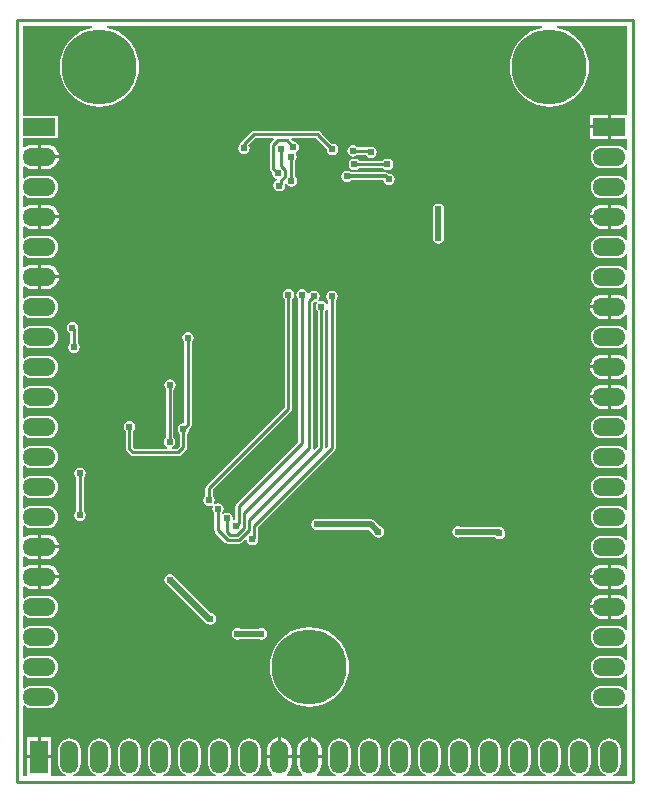
<source format=gbl>
G04*
G04 #@! TF.GenerationSoftware,Altium Limited,Altium Designer,18.1.9 (240)*
G04*
G04 Layer_Physical_Order=2*
G04 Layer_Color=16711680*
%FSLAX25Y25*%
%MOIN*%
G70*
G01*
G75*
%ADD12C,0.01200*%
%ADD15C,0.01000*%
%ADD37C,0.02000*%
%ADD38C,0.25000*%
%ADD39O,0.11000X0.06000*%
%ADD40R,0.11000X0.06000*%
%ADD41O,0.06000X0.11000*%
%ADD42R,0.06000X0.11000*%
%ADD43C,0.02400*%
G36*
X523461Y369000D02*
X518000D01*
Y365000D01*
Y361000D01*
X523461D01*
Y357389D01*
X522961Y357219D01*
X522639Y357639D01*
X521866Y358232D01*
X520966Y358605D01*
X520000Y358732D01*
X515000D01*
X514034Y358605D01*
X513134Y358232D01*
X512361Y357639D01*
X511768Y356866D01*
X511395Y355966D01*
X511268Y355000D01*
X511395Y354034D01*
X511768Y353134D01*
X512361Y352361D01*
X513134Y351768D01*
X514034Y351395D01*
X515000Y351268D01*
X520000D01*
X520966Y351395D01*
X521866Y351768D01*
X522639Y352361D01*
X522961Y352781D01*
X523461Y352611D01*
Y347389D01*
X522961Y347219D01*
X522639Y347639D01*
X521866Y348232D01*
X520966Y348605D01*
X520000Y348732D01*
X515000D01*
X514034Y348605D01*
X513134Y348232D01*
X512361Y347639D01*
X511768Y346866D01*
X511395Y345966D01*
X511268Y345000D01*
X511395Y344034D01*
X511768Y343134D01*
X512361Y342361D01*
X513134Y341768D01*
X514034Y341395D01*
X515000Y341268D01*
X520000D01*
X520966Y341395D01*
X521866Y341768D01*
X522639Y342361D01*
X522961Y342781D01*
X523461Y342611D01*
Y337838D01*
X522987Y337678D01*
X522853Y337853D01*
X522017Y338494D01*
X521044Y338897D01*
X520000Y339035D01*
X518000D01*
Y335000D01*
Y330965D01*
X520000D01*
X521044Y331103D01*
X522017Y331506D01*
X522853Y332147D01*
X522987Y332323D01*
X523461Y332162D01*
Y327389D01*
X522961Y327219D01*
X522639Y327639D01*
X521866Y328232D01*
X520966Y328605D01*
X520000Y328732D01*
X515000D01*
X514034Y328605D01*
X513134Y328232D01*
X512361Y327639D01*
X511768Y326866D01*
X511395Y325966D01*
X511268Y325000D01*
X511395Y324034D01*
X511768Y323134D01*
X512361Y322361D01*
X513134Y321768D01*
X514034Y321395D01*
X515000Y321268D01*
X520000D01*
X520966Y321395D01*
X521866Y321768D01*
X522639Y322361D01*
X522961Y322781D01*
X523461Y322611D01*
Y317389D01*
X522961Y317219D01*
X522639Y317639D01*
X521866Y318232D01*
X520966Y318605D01*
X520000Y318732D01*
X515000D01*
X514034Y318605D01*
X513134Y318232D01*
X512361Y317639D01*
X511768Y316866D01*
X511395Y315966D01*
X511268Y315000D01*
X511395Y314034D01*
X511768Y313134D01*
X512361Y312361D01*
X513134Y311768D01*
X514034Y311395D01*
X515000Y311268D01*
X520000D01*
X520966Y311395D01*
X521866Y311768D01*
X522639Y312361D01*
X522961Y312781D01*
X523461Y312611D01*
Y307838D01*
X522987Y307678D01*
X522853Y307853D01*
X522017Y308494D01*
X521044Y308897D01*
X520000Y309034D01*
X518000D01*
Y305000D01*
Y300965D01*
X520000D01*
X521044Y301103D01*
X522017Y301506D01*
X522853Y302147D01*
X522987Y302323D01*
X523461Y302162D01*
Y297389D01*
X522961Y297219D01*
X522639Y297639D01*
X521866Y298232D01*
X520966Y298605D01*
X520000Y298732D01*
X515000D01*
X514034Y298605D01*
X513134Y298232D01*
X512361Y297639D01*
X511768Y296866D01*
X511395Y295966D01*
X511268Y295000D01*
X511395Y294034D01*
X511768Y293134D01*
X512361Y292361D01*
X513134Y291768D01*
X514034Y291395D01*
X515000Y291268D01*
X520000D01*
X520966Y291395D01*
X521866Y291768D01*
X522639Y292361D01*
X522961Y292781D01*
X523461Y292611D01*
Y287838D01*
X522987Y287678D01*
X522853Y287853D01*
X522017Y288494D01*
X521044Y288897D01*
X520000Y289035D01*
X518000D01*
Y285000D01*
Y280965D01*
X520000D01*
X521044Y281103D01*
X522017Y281506D01*
X522853Y282147D01*
X522987Y282323D01*
X523461Y282162D01*
Y277838D01*
X522987Y277677D01*
X522853Y277853D01*
X522017Y278494D01*
X521044Y278897D01*
X520000Y279034D01*
X518000D01*
Y275000D01*
Y270966D01*
X520000D01*
X521044Y271103D01*
X522017Y271506D01*
X522853Y272147D01*
X522987Y272323D01*
X523461Y272162D01*
Y267389D01*
X522961Y267219D01*
X522639Y267639D01*
X521866Y268232D01*
X520966Y268605D01*
X520000Y268732D01*
X515000D01*
X514034Y268605D01*
X513134Y268232D01*
X512361Y267639D01*
X511768Y266866D01*
X511395Y265966D01*
X511268Y265000D01*
X511395Y264034D01*
X511768Y263134D01*
X512361Y262361D01*
X513134Y261768D01*
X514034Y261395D01*
X515000Y261268D01*
X520000D01*
X520966Y261395D01*
X521866Y261768D01*
X522639Y262361D01*
X522961Y262781D01*
X523461Y262611D01*
Y257389D01*
X522961Y257219D01*
X522639Y257639D01*
X521866Y258232D01*
X520966Y258605D01*
X520000Y258732D01*
X515000D01*
X514034Y258605D01*
X513134Y258232D01*
X512361Y257639D01*
X511768Y256866D01*
X511395Y255966D01*
X511268Y255000D01*
X511395Y254034D01*
X511768Y253134D01*
X512361Y252361D01*
X513134Y251768D01*
X514034Y251395D01*
X515000Y251268D01*
X520000D01*
X520966Y251395D01*
X521866Y251768D01*
X522639Y252361D01*
X522961Y252781D01*
X523461Y252611D01*
Y247389D01*
X522961Y247219D01*
X522639Y247639D01*
X521866Y248232D01*
X520966Y248605D01*
X520000Y248732D01*
X515000D01*
X514034Y248605D01*
X513134Y248232D01*
X512361Y247639D01*
X511768Y246866D01*
X511395Y245966D01*
X511268Y245000D01*
X511395Y244034D01*
X511768Y243134D01*
X512361Y242361D01*
X513134Y241768D01*
X514034Y241395D01*
X515000Y241268D01*
X520000D01*
X520966Y241395D01*
X521866Y241768D01*
X522639Y242361D01*
X522961Y242781D01*
X523461Y242611D01*
Y237389D01*
X522961Y237219D01*
X522639Y237639D01*
X521866Y238232D01*
X520966Y238605D01*
X520000Y238732D01*
X515000D01*
X514034Y238605D01*
X513134Y238232D01*
X512361Y237639D01*
X511768Y236866D01*
X511395Y235966D01*
X511268Y235000D01*
X511395Y234034D01*
X511768Y233134D01*
X512361Y232361D01*
X513134Y231768D01*
X514034Y231395D01*
X515000Y231268D01*
X520000D01*
X520966Y231395D01*
X521866Y231768D01*
X522639Y232361D01*
X522961Y232781D01*
X523461Y232611D01*
Y227389D01*
X522961Y227219D01*
X522639Y227639D01*
X521866Y228232D01*
X520966Y228605D01*
X520000Y228732D01*
X515000D01*
X514034Y228605D01*
X513134Y228232D01*
X512361Y227639D01*
X511768Y226866D01*
X511395Y225966D01*
X511268Y225000D01*
X511395Y224034D01*
X511768Y223134D01*
X512361Y222361D01*
X513134Y221768D01*
X514034Y221395D01*
X515000Y221268D01*
X520000D01*
X520966Y221395D01*
X521866Y221768D01*
X522639Y222361D01*
X522961Y222781D01*
X523461Y222611D01*
Y217838D01*
X522987Y217677D01*
X522853Y217853D01*
X522017Y218494D01*
X521044Y218897D01*
X520000Y219035D01*
X518000D01*
Y215000D01*
Y210965D01*
X520000D01*
X521044Y211103D01*
X522017Y211506D01*
X522853Y212147D01*
X522987Y212322D01*
X523461Y212162D01*
Y207838D01*
X522987Y207678D01*
X522853Y207853D01*
X522017Y208494D01*
X521044Y208897D01*
X520000Y209034D01*
X518000D01*
Y205000D01*
Y200965D01*
X520000D01*
X521044Y201103D01*
X522017Y201506D01*
X522853Y202147D01*
X522987Y202323D01*
X523461Y202162D01*
Y197389D01*
X522961Y197219D01*
X522639Y197639D01*
X521866Y198232D01*
X520966Y198605D01*
X520000Y198732D01*
X515000D01*
X514034Y198605D01*
X513134Y198232D01*
X512361Y197639D01*
X511768Y196866D01*
X511395Y195966D01*
X511268Y195000D01*
X511395Y194034D01*
X511768Y193134D01*
X512361Y192361D01*
X513134Y191768D01*
X514034Y191395D01*
X515000Y191268D01*
X520000D01*
X520966Y191395D01*
X521866Y191768D01*
X522639Y192361D01*
X522961Y192781D01*
X523461Y192611D01*
Y187389D01*
X522961Y187219D01*
X522639Y187639D01*
X521866Y188232D01*
X520966Y188605D01*
X520000Y188732D01*
X515000D01*
X514034Y188605D01*
X513134Y188232D01*
X512361Y187639D01*
X511768Y186866D01*
X511395Y185966D01*
X511268Y185000D01*
X511395Y184034D01*
X511768Y183134D01*
X512361Y182361D01*
X513134Y181768D01*
X514034Y181395D01*
X515000Y181268D01*
X520000D01*
X520966Y181395D01*
X521866Y181768D01*
X522639Y182361D01*
X522961Y182781D01*
X523461Y182611D01*
Y177389D01*
X522961Y177219D01*
X522639Y177639D01*
X521866Y178232D01*
X520966Y178605D01*
X520000Y178732D01*
X515000D01*
X514034Y178605D01*
X513134Y178232D01*
X512361Y177639D01*
X511768Y176866D01*
X511395Y175966D01*
X511268Y175000D01*
X511395Y174034D01*
X511768Y173134D01*
X512361Y172361D01*
X513134Y171768D01*
X514034Y171395D01*
X515000Y171268D01*
X520000D01*
X520966Y171395D01*
X521866Y171768D01*
X522639Y172361D01*
X522961Y172781D01*
X523461Y172611D01*
Y148539D01*
X518913D01*
X518813Y149039D01*
X519366Y149268D01*
X520139Y149861D01*
X520732Y150634D01*
X521105Y151534D01*
X521232Y152500D01*
Y157500D01*
X521105Y158466D01*
X520732Y159366D01*
X520139Y160139D01*
X519366Y160732D01*
X518466Y161105D01*
X517500Y161232D01*
X516534Y161105D01*
X515634Y160732D01*
X514861Y160139D01*
X514268Y159366D01*
X513895Y158466D01*
X513768Y157500D01*
Y152500D01*
X513895Y151534D01*
X514268Y150634D01*
X514861Y149861D01*
X515634Y149268D01*
X516187Y149039D01*
X516087Y148539D01*
X508913D01*
X508813Y149039D01*
X509366Y149268D01*
X510139Y149861D01*
X510732Y150634D01*
X511105Y151534D01*
X511232Y152500D01*
Y157500D01*
X511105Y158466D01*
X510732Y159366D01*
X510139Y160139D01*
X509366Y160732D01*
X508466Y161105D01*
X507500Y161232D01*
X506534Y161105D01*
X505634Y160732D01*
X504861Y160139D01*
X504268Y159366D01*
X503895Y158466D01*
X503768Y157500D01*
Y152500D01*
X503895Y151534D01*
X504268Y150634D01*
X504861Y149861D01*
X505634Y149268D01*
X506187Y149039D01*
X506087Y148539D01*
X498913D01*
X498813Y149039D01*
X499366Y149268D01*
X500139Y149861D01*
X500732Y150634D01*
X501105Y151534D01*
X501232Y152500D01*
Y157500D01*
X501105Y158466D01*
X500732Y159366D01*
X500139Y160139D01*
X499366Y160732D01*
X498466Y161105D01*
X497500Y161232D01*
X496534Y161105D01*
X495634Y160732D01*
X494861Y160139D01*
X494268Y159366D01*
X493895Y158466D01*
X493768Y157500D01*
Y152500D01*
X493895Y151534D01*
X494268Y150634D01*
X494861Y149861D01*
X495634Y149268D01*
X496187Y149039D01*
X496087Y148539D01*
X488913D01*
X488813Y149039D01*
X489366Y149268D01*
X490139Y149861D01*
X490732Y150634D01*
X491105Y151534D01*
X491232Y152500D01*
Y157500D01*
X491105Y158466D01*
X490732Y159366D01*
X490139Y160139D01*
X489366Y160732D01*
X488466Y161105D01*
X487500Y161232D01*
X486534Y161105D01*
X485634Y160732D01*
X484861Y160139D01*
X484268Y159366D01*
X483895Y158466D01*
X483768Y157500D01*
Y152500D01*
X483895Y151534D01*
X484268Y150634D01*
X484861Y149861D01*
X485634Y149268D01*
X486187Y149039D01*
X486087Y148539D01*
X478913D01*
X478813Y149039D01*
X479366Y149268D01*
X480139Y149861D01*
X480732Y150634D01*
X481105Y151534D01*
X481232Y152500D01*
Y157500D01*
X481105Y158466D01*
X480732Y159366D01*
X480139Y160139D01*
X479366Y160732D01*
X478466Y161105D01*
X477500Y161232D01*
X476534Y161105D01*
X475634Y160732D01*
X474861Y160139D01*
X474268Y159366D01*
X473895Y158466D01*
X473768Y157500D01*
Y152500D01*
X473895Y151534D01*
X474268Y150634D01*
X474861Y149861D01*
X475634Y149268D01*
X476187Y149039D01*
X476087Y148539D01*
X468913D01*
X468813Y149039D01*
X469366Y149268D01*
X470139Y149861D01*
X470732Y150634D01*
X471105Y151534D01*
X471232Y152500D01*
Y157500D01*
X471105Y158466D01*
X470732Y159366D01*
X470139Y160139D01*
X469366Y160732D01*
X468466Y161105D01*
X467500Y161232D01*
X466534Y161105D01*
X465634Y160732D01*
X464861Y160139D01*
X464268Y159366D01*
X463895Y158466D01*
X463768Y157500D01*
Y152500D01*
X463895Y151534D01*
X464268Y150634D01*
X464861Y149861D01*
X465634Y149268D01*
X466187Y149039D01*
X466087Y148539D01*
X458913D01*
X458813Y149039D01*
X459366Y149268D01*
X460139Y149861D01*
X460732Y150634D01*
X461105Y151534D01*
X461232Y152500D01*
Y157500D01*
X461105Y158466D01*
X460732Y159366D01*
X460139Y160139D01*
X459366Y160732D01*
X458466Y161105D01*
X457500Y161232D01*
X456534Y161105D01*
X455634Y160732D01*
X454861Y160139D01*
X454268Y159366D01*
X453895Y158466D01*
X453768Y157500D01*
Y152500D01*
X453895Y151534D01*
X454268Y150634D01*
X454861Y149861D01*
X455634Y149268D01*
X456187Y149039D01*
X456087Y148539D01*
X448913D01*
X448813Y149039D01*
X449366Y149268D01*
X450139Y149861D01*
X450732Y150634D01*
X451105Y151534D01*
X451232Y152500D01*
Y157500D01*
X451105Y158466D01*
X450732Y159366D01*
X450139Y160139D01*
X449366Y160732D01*
X448466Y161105D01*
X447500Y161232D01*
X446534Y161105D01*
X445634Y160732D01*
X444861Y160139D01*
X444268Y159366D01*
X443895Y158466D01*
X443768Y157500D01*
Y152500D01*
X443895Y151534D01*
X444268Y150634D01*
X444861Y149861D01*
X445634Y149268D01*
X446187Y149039D01*
X446087Y148539D01*
X438913D01*
X438813Y149039D01*
X439366Y149268D01*
X440139Y149861D01*
X440732Y150634D01*
X441105Y151534D01*
X441232Y152500D01*
Y157500D01*
X441105Y158466D01*
X440732Y159366D01*
X440139Y160139D01*
X439366Y160732D01*
X438466Y161105D01*
X437500Y161232D01*
X436534Y161105D01*
X435634Y160732D01*
X434861Y160139D01*
X434268Y159366D01*
X433895Y158466D01*
X433768Y157500D01*
Y152500D01*
X433895Y151534D01*
X434268Y150634D01*
X434861Y149861D01*
X435634Y149268D01*
X436187Y149039D01*
X436087Y148539D01*
X428913D01*
X428813Y149039D01*
X429366Y149268D01*
X430139Y149861D01*
X430732Y150634D01*
X431105Y151534D01*
X431232Y152500D01*
Y157500D01*
X431105Y158466D01*
X430732Y159366D01*
X430139Y160139D01*
X429366Y160732D01*
X428466Y161105D01*
X427500Y161232D01*
X426534Y161105D01*
X425634Y160732D01*
X424861Y160139D01*
X424268Y159366D01*
X423895Y158466D01*
X423768Y157500D01*
Y152500D01*
X423895Y151534D01*
X424268Y150634D01*
X424861Y149861D01*
X425634Y149268D01*
X426187Y149039D01*
X426087Y148539D01*
X419911D01*
X419835Y148635D01*
X419917Y149313D01*
X420353Y149647D01*
X420994Y150483D01*
X421397Y151456D01*
X421534Y152500D01*
Y154500D01*
X417500D01*
X413465D01*
Y152500D01*
X413603Y151456D01*
X414006Y150483D01*
X414647Y149647D01*
X415083Y149313D01*
X415165Y148635D01*
X415089Y148539D01*
X409911D01*
X409835Y148635D01*
X409917Y149313D01*
X410353Y149647D01*
X410994Y150483D01*
X411397Y151456D01*
X411535Y152500D01*
Y154500D01*
X407500D01*
X403466D01*
Y152500D01*
X403603Y151456D01*
X404006Y150483D01*
X404647Y149647D01*
X405083Y149313D01*
X405165Y148635D01*
X405089Y148539D01*
X398913D01*
X398813Y149039D01*
X399366Y149268D01*
X400139Y149861D01*
X400732Y150634D01*
X401105Y151534D01*
X401232Y152500D01*
Y157500D01*
X401105Y158466D01*
X400732Y159366D01*
X400139Y160139D01*
X399366Y160732D01*
X398466Y161105D01*
X397500Y161232D01*
X396534Y161105D01*
X395634Y160732D01*
X394861Y160139D01*
X394268Y159366D01*
X393895Y158466D01*
X393768Y157500D01*
Y152500D01*
X393895Y151534D01*
X394268Y150634D01*
X394861Y149861D01*
X395634Y149268D01*
X396187Y149039D01*
X396087Y148539D01*
X388913D01*
X388813Y149039D01*
X389366Y149268D01*
X390139Y149861D01*
X390732Y150634D01*
X391105Y151534D01*
X391232Y152500D01*
Y157500D01*
X391105Y158466D01*
X390732Y159366D01*
X390139Y160139D01*
X389366Y160732D01*
X388466Y161105D01*
X387500Y161232D01*
X386534Y161105D01*
X385634Y160732D01*
X384861Y160139D01*
X384268Y159366D01*
X383895Y158466D01*
X383768Y157500D01*
Y152500D01*
X383895Y151534D01*
X384268Y150634D01*
X384861Y149861D01*
X385634Y149268D01*
X386187Y149039D01*
X386087Y148539D01*
X378913D01*
X378813Y149039D01*
X379366Y149268D01*
X380139Y149861D01*
X380732Y150634D01*
X381105Y151534D01*
X381232Y152500D01*
Y157500D01*
X381105Y158466D01*
X380732Y159366D01*
X380139Y160139D01*
X379366Y160732D01*
X378466Y161105D01*
X377500Y161232D01*
X376534Y161105D01*
X375634Y160732D01*
X374861Y160139D01*
X374268Y159366D01*
X373895Y158466D01*
X373768Y157500D01*
Y152500D01*
X373895Y151534D01*
X374268Y150634D01*
X374861Y149861D01*
X375634Y149268D01*
X376187Y149039D01*
X376087Y148539D01*
X368913D01*
X368813Y149039D01*
X369366Y149268D01*
X370139Y149861D01*
X370732Y150634D01*
X371105Y151534D01*
X371232Y152500D01*
Y157500D01*
X371105Y158466D01*
X370732Y159366D01*
X370139Y160139D01*
X369366Y160732D01*
X368466Y161105D01*
X367500Y161232D01*
X366534Y161105D01*
X365634Y160732D01*
X364861Y160139D01*
X364268Y159366D01*
X363895Y158466D01*
X363768Y157500D01*
Y152500D01*
X363895Y151534D01*
X364268Y150634D01*
X364861Y149861D01*
X365634Y149268D01*
X366187Y149039D01*
X366087Y148539D01*
X358913D01*
X358813Y149039D01*
X359366Y149268D01*
X360139Y149861D01*
X360732Y150634D01*
X361105Y151534D01*
X361232Y152500D01*
Y157500D01*
X361105Y158466D01*
X360732Y159366D01*
X360139Y160139D01*
X359366Y160732D01*
X358466Y161105D01*
X357500Y161232D01*
X356534Y161105D01*
X355634Y160732D01*
X354861Y160139D01*
X354268Y159366D01*
X353895Y158466D01*
X353768Y157500D01*
Y152500D01*
X353895Y151534D01*
X354268Y150634D01*
X354861Y149861D01*
X355634Y149268D01*
X356187Y149039D01*
X356087Y148539D01*
X348913D01*
X348813Y149039D01*
X349366Y149268D01*
X350139Y149861D01*
X350732Y150634D01*
X351105Y151534D01*
X351232Y152500D01*
Y157500D01*
X351105Y158466D01*
X350732Y159366D01*
X350139Y160139D01*
X349366Y160732D01*
X348466Y161105D01*
X347500Y161232D01*
X346534Y161105D01*
X345634Y160732D01*
X344861Y160139D01*
X344268Y159366D01*
X343895Y158466D01*
X343768Y157500D01*
Y152500D01*
X343895Y151534D01*
X344268Y150634D01*
X344861Y149861D01*
X345634Y149268D01*
X346187Y149039D01*
X346087Y148539D01*
X338913D01*
X338813Y149039D01*
X339366Y149268D01*
X340139Y149861D01*
X340732Y150634D01*
X341105Y151534D01*
X341232Y152500D01*
Y157500D01*
X341105Y158466D01*
X340732Y159366D01*
X340139Y160139D01*
X339366Y160732D01*
X338466Y161105D01*
X337500Y161232D01*
X336534Y161105D01*
X335634Y160732D01*
X334861Y160139D01*
X334268Y159366D01*
X333895Y158466D01*
X333768Y157500D01*
Y152500D01*
X333895Y151534D01*
X334268Y150634D01*
X334861Y149861D01*
X335634Y149268D01*
X336187Y149039D01*
X336087Y148539D01*
X331500D01*
Y154500D01*
X327500D01*
X323500D01*
Y148539D01*
X322039D01*
Y171995D01*
X322539Y172224D01*
X323134Y171768D01*
X324034Y171395D01*
X325000Y171268D01*
X330000D01*
X330966Y171395D01*
X331866Y171768D01*
X332639Y172361D01*
X333232Y173134D01*
X333605Y174034D01*
X333732Y175000D01*
X333605Y175966D01*
X333232Y176866D01*
X332639Y177639D01*
X331866Y178232D01*
X330966Y178605D01*
X330000Y178732D01*
X325000D01*
X324034Y178605D01*
X323134Y178232D01*
X322539Y177776D01*
X322039Y178005D01*
Y181995D01*
X322539Y182225D01*
X323134Y181768D01*
X324034Y181395D01*
X325000Y181268D01*
X330000D01*
X330966Y181395D01*
X331866Y181768D01*
X332639Y182361D01*
X333232Y183134D01*
X333605Y184034D01*
X333732Y185000D01*
X333605Y185966D01*
X333232Y186866D01*
X332639Y187639D01*
X331866Y188232D01*
X330966Y188605D01*
X330000Y188732D01*
X325000D01*
X324034Y188605D01*
X323134Y188232D01*
X322539Y187776D01*
X322039Y188005D01*
Y191995D01*
X322539Y192225D01*
X323134Y191768D01*
X324034Y191395D01*
X325000Y191268D01*
X330000D01*
X330966Y191395D01*
X331866Y191768D01*
X332639Y192361D01*
X333232Y193134D01*
X333605Y194034D01*
X333732Y195000D01*
X333605Y195966D01*
X333232Y196866D01*
X332639Y197639D01*
X331866Y198232D01*
X330966Y198605D01*
X330000Y198732D01*
X325000D01*
X324034Y198605D01*
X323134Y198232D01*
X322539Y197775D01*
X322039Y198005D01*
Y201995D01*
X322539Y202224D01*
X323134Y201768D01*
X324034Y201395D01*
X325000Y201268D01*
X330000D01*
X330966Y201395D01*
X331866Y201768D01*
X332639Y202361D01*
X333232Y203134D01*
X333605Y204034D01*
X333732Y205000D01*
X333605Y205966D01*
X333232Y206866D01*
X332639Y207639D01*
X331866Y208232D01*
X330966Y208605D01*
X330000Y208732D01*
X325000D01*
X324034Y208605D01*
X323134Y208232D01*
X322539Y207775D01*
X322039Y208005D01*
Y211600D01*
X322539Y211846D01*
X322983Y211506D01*
X323956Y211103D01*
X325000Y210965D01*
X327000D01*
Y215000D01*
Y219035D01*
X325000D01*
X323956Y218897D01*
X322983Y218494D01*
X322539Y218154D01*
X322039Y218400D01*
Y221600D01*
X322539Y221846D01*
X322983Y221506D01*
X323956Y221103D01*
X325000Y220966D01*
X327000D01*
Y225000D01*
Y229034D01*
X325000D01*
X323956Y228897D01*
X322983Y228494D01*
X322539Y228154D01*
X322039Y228400D01*
Y231995D01*
X322539Y232224D01*
X323134Y231768D01*
X324034Y231395D01*
X325000Y231268D01*
X330000D01*
X330966Y231395D01*
X331866Y231768D01*
X332639Y232361D01*
X333232Y233134D01*
X333605Y234034D01*
X333732Y235000D01*
X333605Y235966D01*
X333232Y236866D01*
X332639Y237639D01*
X331866Y238232D01*
X330966Y238605D01*
X330000Y238732D01*
X325000D01*
X324034Y238605D01*
X323134Y238232D01*
X322539Y237775D01*
X322039Y238005D01*
Y241995D01*
X322539Y242225D01*
X323134Y241768D01*
X324034Y241395D01*
X325000Y241268D01*
X330000D01*
X330966Y241395D01*
X331866Y241768D01*
X332639Y242361D01*
X333232Y243134D01*
X333605Y244034D01*
X333732Y245000D01*
X333605Y245966D01*
X333232Y246866D01*
X332639Y247639D01*
X331866Y248232D01*
X330966Y248605D01*
X330000Y248732D01*
X325000D01*
X324034Y248605D01*
X323134Y248232D01*
X322539Y247776D01*
X322039Y248005D01*
Y251995D01*
X322539Y252224D01*
X323134Y251768D01*
X324034Y251395D01*
X325000Y251268D01*
X330000D01*
X330966Y251395D01*
X331866Y251768D01*
X332639Y252361D01*
X333232Y253134D01*
X333605Y254034D01*
X333732Y255000D01*
X333605Y255966D01*
X333232Y256866D01*
X332639Y257639D01*
X331866Y258232D01*
X330966Y258605D01*
X330000Y258732D01*
X325000D01*
X324034Y258605D01*
X323134Y258232D01*
X322539Y257775D01*
X322039Y258005D01*
Y261995D01*
X322539Y262225D01*
X323134Y261768D01*
X324034Y261395D01*
X325000Y261268D01*
X330000D01*
X330966Y261395D01*
X331866Y261768D01*
X332639Y262361D01*
X333232Y263134D01*
X333605Y264034D01*
X333732Y265000D01*
X333605Y265966D01*
X333232Y266866D01*
X332639Y267639D01*
X331866Y268232D01*
X330966Y268605D01*
X330000Y268732D01*
X325000D01*
X324034Y268605D01*
X323134Y268232D01*
X322539Y267776D01*
X322039Y268005D01*
Y271995D01*
X322539Y272224D01*
X323134Y271768D01*
X324034Y271395D01*
X325000Y271268D01*
X330000D01*
X330966Y271395D01*
X331866Y271768D01*
X332639Y272361D01*
X333232Y273134D01*
X333605Y274034D01*
X333732Y275000D01*
X333605Y275966D01*
X333232Y276866D01*
X332639Y277639D01*
X331866Y278232D01*
X330966Y278605D01*
X330000Y278732D01*
X325000D01*
X324034Y278605D01*
X323134Y278232D01*
X322539Y277776D01*
X322039Y278005D01*
Y281995D01*
X322539Y282224D01*
X323134Y281768D01*
X324034Y281395D01*
X325000Y281268D01*
X330000D01*
X330966Y281395D01*
X331866Y281768D01*
X332639Y282361D01*
X333232Y283134D01*
X333605Y284034D01*
X333732Y285000D01*
X333605Y285966D01*
X333232Y286866D01*
X332639Y287639D01*
X331866Y288232D01*
X330966Y288605D01*
X330000Y288732D01*
X325000D01*
X324034Y288605D01*
X323134Y288232D01*
X322539Y287775D01*
X322039Y288005D01*
Y291995D01*
X322539Y292225D01*
X323134Y291768D01*
X324034Y291395D01*
X325000Y291268D01*
X330000D01*
X330966Y291395D01*
X331866Y291768D01*
X332639Y292361D01*
X333232Y293134D01*
X333605Y294034D01*
X333732Y295000D01*
X333605Y295966D01*
X333232Y296866D01*
X332639Y297639D01*
X331866Y298232D01*
X330966Y298605D01*
X330000Y298732D01*
X325000D01*
X324034Y298605D01*
X323134Y298232D01*
X322539Y297776D01*
X322039Y298005D01*
Y301995D01*
X322539Y302224D01*
X323134Y301768D01*
X324034Y301395D01*
X325000Y301268D01*
X330000D01*
X330966Y301395D01*
X331866Y301768D01*
X332639Y302361D01*
X333232Y303134D01*
X333605Y304034D01*
X333732Y305000D01*
X333605Y305966D01*
X333232Y306866D01*
X332639Y307639D01*
X331866Y308232D01*
X330966Y308605D01*
X330000Y308732D01*
X325000D01*
X324034Y308605D01*
X323134Y308232D01*
X322539Y307775D01*
X322039Y308005D01*
Y311600D01*
X322539Y311846D01*
X322983Y311506D01*
X323956Y311103D01*
X325000Y310965D01*
X327000D01*
Y315000D01*
Y319035D01*
X325000D01*
X323956Y318897D01*
X322983Y318494D01*
X322539Y318154D01*
X322039Y318400D01*
Y321995D01*
X322539Y322224D01*
X323134Y321768D01*
X324034Y321395D01*
X325000Y321268D01*
X330000D01*
X330966Y321395D01*
X331866Y321768D01*
X332639Y322361D01*
X333232Y323134D01*
X333605Y324034D01*
X333732Y325000D01*
X333605Y325966D01*
X333232Y326866D01*
X332639Y327639D01*
X331866Y328232D01*
X330966Y328605D01*
X330000Y328732D01*
X325000D01*
X324034Y328605D01*
X323134Y328232D01*
X322539Y327776D01*
X322039Y328005D01*
Y331600D01*
X322539Y331846D01*
X322983Y331506D01*
X323956Y331103D01*
X325000Y330965D01*
X327000D01*
Y335000D01*
Y339035D01*
X325000D01*
X323956Y338897D01*
X322983Y338494D01*
X322539Y338154D01*
X322039Y338400D01*
Y341995D01*
X322539Y342225D01*
X323134Y341768D01*
X324034Y341395D01*
X325000Y341268D01*
X330000D01*
X330966Y341395D01*
X331866Y341768D01*
X332639Y342361D01*
X333232Y343134D01*
X333605Y344034D01*
X333732Y345000D01*
X333605Y345966D01*
X333232Y346866D01*
X332639Y347639D01*
X331866Y348232D01*
X330966Y348605D01*
X330000Y348732D01*
X325000D01*
X324034Y348605D01*
X323134Y348232D01*
X322539Y347776D01*
X322039Y348005D01*
Y351600D01*
X322539Y351846D01*
X322983Y351506D01*
X323956Y351103D01*
X325000Y350965D01*
X327000D01*
Y355000D01*
Y359034D01*
X325000D01*
X323956Y358897D01*
X322983Y358494D01*
X322539Y358154D01*
X322039Y358400D01*
Y361300D01*
X333700D01*
Y368700D01*
X322039D01*
Y398461D01*
X344882D01*
X344942Y397961D01*
X343408Y397593D01*
X341489Y396798D01*
X339717Y395712D01*
X338137Y394363D01*
X336788Y392783D01*
X335702Y391011D01*
X334907Y389092D01*
X334422Y387071D01*
X334259Y385000D01*
X334422Y382929D01*
X334907Y380908D01*
X335702Y378989D01*
X336788Y377217D01*
X338137Y375637D01*
X339717Y374288D01*
X341489Y373202D01*
X343408Y372407D01*
X345429Y371922D01*
X347500Y371759D01*
X349571Y371922D01*
X351592Y372407D01*
X353511Y373202D01*
X355283Y374288D01*
X356863Y375637D01*
X358212Y377217D01*
X359298Y378989D01*
X360093Y380908D01*
X360578Y382929D01*
X360741Y385000D01*
X360578Y387071D01*
X360093Y389092D01*
X359298Y391011D01*
X358212Y392783D01*
X356863Y394363D01*
X355283Y395712D01*
X353511Y396798D01*
X351592Y397593D01*
X350058Y397961D01*
X350118Y398461D01*
X494882D01*
X494942Y397961D01*
X493408Y397593D01*
X491489Y396798D01*
X489717Y395712D01*
X488137Y394363D01*
X486788Y392783D01*
X485702Y391011D01*
X484907Y389092D01*
X484422Y387071D01*
X484259Y385000D01*
X484422Y382929D01*
X484907Y380908D01*
X485702Y378989D01*
X486788Y377217D01*
X488137Y375637D01*
X489717Y374288D01*
X491489Y373202D01*
X493408Y372407D01*
X495429Y371922D01*
X497500Y371759D01*
X499571Y371922D01*
X501592Y372407D01*
X503511Y373202D01*
X505283Y374288D01*
X506863Y375637D01*
X508212Y377217D01*
X509298Y378989D01*
X510093Y380908D01*
X510578Y382929D01*
X510741Y385000D01*
X510578Y387071D01*
X510093Y389092D01*
X509298Y391011D01*
X508212Y392783D01*
X506863Y394363D01*
X505283Y395712D01*
X503511Y396798D01*
X501592Y397593D01*
X500058Y397961D01*
X500118Y398461D01*
X523461D01*
Y369000D01*
D02*
G37*
%LPC*%
G36*
X517000D02*
X511000D01*
Y365500D01*
X517000D01*
Y369000D01*
D02*
G37*
G36*
Y364500D02*
X511000D01*
Y361000D01*
X517000D01*
Y364500D01*
D02*
G37*
G36*
X420500Y363723D02*
X399000D01*
X398532Y363630D01*
X398135Y363365D01*
X394761Y359991D01*
X394496Y359594D01*
X394438Y359302D01*
X394256Y359181D01*
X393836Y358552D01*
X393689Y357811D01*
X393836Y357070D01*
X394256Y356441D01*
X394885Y356021D01*
X395626Y355874D01*
X396367Y356021D01*
X396996Y356441D01*
X397416Y357070D01*
X397563Y357811D01*
X397416Y358552D01*
X397162Y358932D01*
X399507Y361277D01*
X405393D01*
X405584Y360815D01*
X404635Y359865D01*
X404370Y359468D01*
X404277Y359000D01*
Y351000D01*
X404370Y350532D01*
X404635Y350135D01*
X405097Y349673D01*
X405063Y349500D01*
X405210Y348759D01*
X405630Y348130D01*
X406259Y347710D01*
X406508Y347660D01*
X406565Y347140D01*
X406067Y346807D01*
X405647Y346178D01*
X405500Y345437D01*
X405647Y344696D01*
X406067Y344067D01*
X406696Y343647D01*
X407437Y343500D01*
X408178Y343647D01*
X408807Y344067D01*
X409227Y344696D01*
X409374Y345437D01*
X409270Y345962D01*
X409724Y346239D01*
X410130Y345630D01*
X410759Y345210D01*
X411500Y345063D01*
X412241Y345210D01*
X412870Y345630D01*
X413290Y346259D01*
X413437Y347000D01*
X413290Y347741D01*
X412870Y348370D01*
X412723Y348468D01*
Y353617D01*
X412744Y353630D01*
X413164Y354259D01*
X413311Y355000D01*
X413164Y355741D01*
X413025Y355949D01*
X412868Y356399D01*
X413153Y356589D01*
X413496Y356819D01*
X413916Y357448D01*
X414064Y358189D01*
X413916Y358930D01*
X413496Y359559D01*
X412868Y359979D01*
X412127Y360126D01*
X412108Y360122D01*
X411416Y360815D01*
X411607Y361277D01*
X419647D01*
X423251Y357673D01*
X423216Y357500D01*
X423364Y356759D01*
X423784Y356130D01*
X424412Y355710D01*
X425153Y355563D01*
X425895Y355710D01*
X426523Y356130D01*
X426943Y356759D01*
X427091Y357500D01*
X426943Y358241D01*
X426523Y358870D01*
X425895Y359290D01*
X425153Y359437D01*
X424981Y359403D01*
X421684Y362700D01*
X421630Y362968D01*
X421365Y363365D01*
X420968Y363630D01*
X420500Y363723D01*
D02*
G37*
G36*
X330000Y359034D02*
X328000D01*
Y355500D01*
X333969D01*
X333897Y356044D01*
X333494Y357017D01*
X332853Y357853D01*
X332017Y358494D01*
X331044Y358897D01*
X330000Y359034D01*
D02*
G37*
G36*
X432000Y358937D02*
X431259Y358790D01*
X430630Y358370D01*
X430210Y357741D01*
X430063Y357000D01*
X430210Y356259D01*
X430630Y355630D01*
X431259Y355210D01*
X432000Y355063D01*
X432741Y355210D01*
X433370Y355630D01*
X433468Y355777D01*
X436207D01*
X436210Y355759D01*
X436630Y355130D01*
X437259Y354710D01*
X438000Y354563D01*
X438741Y354710D01*
X439370Y355130D01*
X439790Y355759D01*
X439937Y356500D01*
X439790Y357241D01*
X439370Y357870D01*
X438741Y358290D01*
X438000Y358437D01*
X437259Y358290D01*
X437159Y358224D01*
X433468D01*
X433370Y358370D01*
X432741Y358790D01*
X432000Y358937D01*
D02*
G37*
G36*
X443500Y354437D02*
X442759Y354290D01*
X442130Y353870D01*
X442032Y353724D01*
X433968D01*
X433870Y353870D01*
X433241Y354290D01*
X432500Y354437D01*
X431759Y354290D01*
X431130Y353870D01*
X430710Y353241D01*
X430563Y352500D01*
X430710Y351759D01*
X431130Y351130D01*
X431759Y350710D01*
X432500Y350563D01*
X433241Y350710D01*
X433870Y351130D01*
X433968Y351276D01*
X442032D01*
X442130Y351130D01*
X442759Y350710D01*
X443500Y350563D01*
X444241Y350710D01*
X444870Y351130D01*
X445290Y351759D01*
X445437Y352500D01*
X445290Y353241D01*
X444870Y353870D01*
X444241Y354290D01*
X443500Y354437D01*
D02*
G37*
G36*
X333969Y354500D02*
X328000D01*
Y350965D01*
X330000D01*
X331044Y351103D01*
X332017Y351506D01*
X332853Y352147D01*
X333494Y352983D01*
X333897Y353956D01*
X333969Y354500D01*
D02*
G37*
G36*
X430000Y350443D02*
X429259Y350296D01*
X428630Y349876D01*
X428210Y349247D01*
X428063Y348506D01*
X428210Y347765D01*
X428630Y347136D01*
X429259Y346716D01*
X430000Y346569D01*
X430741Y346716D01*
X431370Y347136D01*
X431399Y347180D01*
X442126D01*
X442210Y346759D01*
X442630Y346130D01*
X443259Y345710D01*
X444000Y345563D01*
X444741Y345710D01*
X445370Y346130D01*
X445790Y346759D01*
X445937Y347500D01*
X445790Y348241D01*
X445370Y348870D01*
X444741Y349290D01*
X444000Y349437D01*
X443948Y349427D01*
X443931Y349443D01*
X443501Y349730D01*
X442994Y349831D01*
X431399D01*
X431370Y349876D01*
X430741Y350296D01*
X430000Y350443D01*
D02*
G37*
G36*
X517000Y339035D02*
X515000D01*
X513956Y338897D01*
X512983Y338494D01*
X512147Y337853D01*
X511506Y337017D01*
X511103Y336044D01*
X511031Y335500D01*
X517000D01*
Y339035D01*
D02*
G37*
G36*
X330000D02*
X328000D01*
Y335500D01*
X333969D01*
X333897Y336044D01*
X333494Y337017D01*
X332853Y337853D01*
X332017Y338494D01*
X331044Y338897D01*
X330000Y339035D01*
D02*
G37*
G36*
X517000Y334500D02*
X511031D01*
X511103Y333956D01*
X511506Y332983D01*
X512147Y332147D01*
X512983Y331506D01*
X513956Y331103D01*
X515000Y330965D01*
X517000D01*
Y334500D01*
D02*
G37*
G36*
X333969D02*
X328000D01*
Y330965D01*
X330000D01*
X331044Y331103D01*
X332017Y331506D01*
X332853Y332147D01*
X333494Y332983D01*
X333897Y333956D01*
X333969Y334500D01*
D02*
G37*
G36*
X460500Y339437D02*
X459759Y339290D01*
X459130Y338870D01*
X458710Y338241D01*
X458563Y337500D01*
X458710Y336759D01*
X458767Y336674D01*
Y328826D01*
X458710Y328741D01*
X458563Y328000D01*
X458710Y327259D01*
X459130Y326630D01*
X459759Y326210D01*
X460500Y326063D01*
X461241Y326210D01*
X461870Y326630D01*
X462290Y327259D01*
X462437Y328000D01*
X462290Y328741D01*
X462233Y328826D01*
Y336674D01*
X462290Y336759D01*
X462437Y337500D01*
X462290Y338241D01*
X461870Y338870D01*
X461241Y339290D01*
X460500Y339437D01*
D02*
G37*
G36*
X330000Y319035D02*
X328000D01*
Y315500D01*
X333969D01*
X333897Y316044D01*
X333494Y317017D01*
X332853Y317853D01*
X332017Y318494D01*
X331044Y318897D01*
X330000Y319035D01*
D02*
G37*
G36*
X333969Y314500D02*
X328000D01*
Y310965D01*
X330000D01*
X331044Y311103D01*
X332017Y311506D01*
X332853Y312147D01*
X333494Y312983D01*
X333897Y313956D01*
X333969Y314500D01*
D02*
G37*
G36*
X517000Y309034D02*
X515000D01*
X513956Y308897D01*
X512983Y308494D01*
X512147Y307853D01*
X511506Y307017D01*
X511103Y306044D01*
X511031Y305500D01*
X517000D01*
Y309034D01*
D02*
G37*
G36*
Y304500D02*
X511031D01*
X511103Y303956D01*
X511506Y302983D01*
X512147Y302147D01*
X512983Y301506D01*
X513956Y301103D01*
X515000Y300965D01*
X517000D01*
Y304500D01*
D02*
G37*
G36*
X338500Y299937D02*
X337759Y299790D01*
X337130Y299370D01*
X336710Y298741D01*
X336563Y298000D01*
X336710Y297259D01*
X337130Y296630D01*
X337759Y296210D01*
X337776Y296207D01*
Y292968D01*
X337630Y292870D01*
X337210Y292241D01*
X337063Y291500D01*
X337210Y290759D01*
X337630Y290130D01*
X338259Y289710D01*
X339000Y289563D01*
X339741Y289710D01*
X340370Y290130D01*
X340790Y290759D01*
X340937Y291500D01*
X340790Y292241D01*
X340370Y292870D01*
X340224Y292968D01*
Y297160D01*
X340290Y297259D01*
X340437Y298000D01*
X340290Y298741D01*
X339870Y299370D01*
X339241Y299790D01*
X338500Y299937D01*
D02*
G37*
G36*
X517000Y289035D02*
X515000D01*
X513956Y288897D01*
X512983Y288494D01*
X512147Y287853D01*
X511506Y287017D01*
X511103Y286044D01*
X511031Y285500D01*
X517000D01*
Y289035D01*
D02*
G37*
G36*
Y284500D02*
X511031D01*
X511103Y283956D01*
X511506Y282983D01*
X512147Y282147D01*
X512983Y281506D01*
X513956Y281103D01*
X515000Y280965D01*
X517000D01*
Y284500D01*
D02*
G37*
G36*
Y279034D02*
X515000D01*
X513956Y278897D01*
X512983Y278494D01*
X512147Y277853D01*
X511506Y277017D01*
X511103Y276044D01*
X511031Y275500D01*
X517000D01*
Y279034D01*
D02*
G37*
G36*
Y274500D02*
X511031D01*
X511103Y273956D01*
X511506Y272983D01*
X512147Y272147D01*
X512983Y271506D01*
X513956Y271103D01*
X515000Y270966D01*
X517000D01*
Y274500D01*
D02*
G37*
G36*
X377000Y296658D02*
X376259Y296510D01*
X375630Y296090D01*
X375210Y295462D01*
X375063Y294721D01*
X375210Y293979D01*
X375630Y293351D01*
X375777Y293253D01*
Y266641D01*
X375500Y266189D01*
X374759Y266042D01*
X374130Y265622D01*
X373710Y264993D01*
X373563Y264252D01*
X373710Y263511D01*
X374130Y262882D01*
X374276Y262784D01*
Y258739D01*
X373261Y257723D01*
X371729D01*
X371600Y258186D01*
X371608Y258224D01*
X372216Y258630D01*
X372636Y259259D01*
X372784Y260000D01*
X372636Y260741D01*
X372216Y261370D01*
X372070Y261468D01*
Y277402D01*
X372370Y277603D01*
X372790Y278231D01*
X372937Y278972D01*
X372790Y279714D01*
X372370Y280342D01*
X371741Y280762D01*
X371000Y280910D01*
X370259Y280762D01*
X369630Y280342D01*
X369210Y279714D01*
X369063Y278972D01*
X369210Y278231D01*
X369623Y277613D01*
Y261468D01*
X369477Y261370D01*
X369057Y260741D01*
X368909Y260000D01*
X369057Y259259D01*
X369477Y258630D01*
X370085Y258224D01*
X370093Y258186D01*
X369964Y257723D01*
X359282D01*
X358723Y258282D01*
Y263532D01*
X358870Y263630D01*
X359290Y264259D01*
X359437Y265000D01*
X359290Y265741D01*
X358870Y266370D01*
X358241Y266790D01*
X357500Y266937D01*
X356759Y266790D01*
X356130Y266370D01*
X355710Y265741D01*
X355563Y265000D01*
X355710Y264259D01*
X356130Y263630D01*
X356276Y263532D01*
Y257775D01*
X356370Y257307D01*
X356635Y256910D01*
X357910Y255635D01*
X358307Y255370D01*
X358775Y255276D01*
X373768D01*
X374236Y255370D01*
X374633Y255635D01*
X376365Y257367D01*
X376630Y257764D01*
X376724Y258232D01*
Y262784D01*
X376870Y262882D01*
X377290Y263511D01*
X377437Y264252D01*
X377403Y264425D01*
X377865Y264887D01*
X378130Y265284D01*
X378223Y265752D01*
Y293253D01*
X378370Y293351D01*
X378790Y293979D01*
X378937Y294721D01*
X378790Y295462D01*
X378370Y296090D01*
X377741Y296510D01*
X377000Y296658D01*
D02*
G37*
G36*
X415000Y310937D02*
X414259Y310790D01*
X413630Y310370D01*
X413210Y309741D01*
X413063Y309000D01*
X413210Y308259D01*
X413630Y307630D01*
X413776Y307532D01*
Y260007D01*
X393135Y239365D01*
X392870Y238968D01*
X392776Y238500D01*
Y233893D01*
X392308Y233800D01*
X392101Y233924D01*
X391863Y234127D01*
X391937Y234500D01*
X391790Y235241D01*
X391370Y235870D01*
X390741Y236290D01*
X390000Y236437D01*
X389259Y236290D01*
X388813Y235992D01*
X388453Y236352D01*
X388790Y236857D01*
X388937Y237598D01*
X388790Y238340D01*
X388370Y238968D01*
X387741Y239388D01*
X387000Y239536D01*
X386259Y239388D01*
X386051Y239249D01*
X385690Y239610D01*
X385790Y239759D01*
X385937Y240500D01*
X385790Y241241D01*
X385370Y241870D01*
X385224Y241968D01*
Y243993D01*
X411365Y270135D01*
X411630Y270532D01*
X411724Y271000D01*
Y307532D01*
X411870Y307630D01*
X412290Y308259D01*
X412437Y309000D01*
X412290Y309741D01*
X411870Y310370D01*
X411241Y310790D01*
X410500Y310937D01*
X409759Y310790D01*
X409130Y310370D01*
X408710Y309741D01*
X408563Y309000D01*
X408710Y308259D01*
X409130Y307630D01*
X409276Y307532D01*
Y271507D01*
X383135Y245365D01*
X382870Y244968D01*
X382776Y244500D01*
Y241968D01*
X382630Y241870D01*
X382210Y241241D01*
X382063Y240500D01*
X382210Y239759D01*
X382630Y239130D01*
X383259Y238710D01*
X384000Y238563D01*
X384741Y238710D01*
X384949Y238849D01*
X385310Y238489D01*
X385210Y238340D01*
X385063Y237598D01*
X385210Y236857D01*
X385630Y236229D01*
X385776Y236131D01*
Y230596D01*
X385870Y230128D01*
X386135Y229731D01*
X389447Y226419D01*
X389844Y226154D01*
X390312Y226061D01*
X394082D01*
X394550Y226154D01*
X394948Y226419D01*
X396108Y227579D01*
X396591Y227356D01*
X396710Y226759D01*
X397130Y226130D01*
X397759Y225710D01*
X398500Y225563D01*
X399241Y225710D01*
X399870Y226130D01*
X400290Y226759D01*
X400437Y227500D01*
X400321Y228086D01*
X400323Y228100D01*
Y231593D01*
X425865Y257135D01*
X426130Y257532D01*
X426224Y258000D01*
Y307032D01*
X426370Y307130D01*
X426790Y307759D01*
X426937Y308500D01*
X426790Y309241D01*
X426370Y309870D01*
X425741Y310290D01*
X425000Y310437D01*
X424259Y310290D01*
X423630Y309870D01*
X423210Y309241D01*
X423063Y308500D01*
X423210Y307759D01*
X423630Y307130D01*
X423776Y307032D01*
Y305882D01*
X423314Y305754D01*
X423277Y305761D01*
X422870Y306370D01*
X422241Y306790D01*
X421500Y306937D01*
X420759Y306790D01*
X420649Y306716D01*
X420370Y307130D01*
X420790Y307759D01*
X420937Y308500D01*
X420790Y309241D01*
X420370Y309870D01*
X419741Y310290D01*
X419000Y310437D01*
X418259Y310290D01*
X417630Y309870D01*
X417356Y309459D01*
X416825Y309565D01*
X416790Y309741D01*
X416370Y310370D01*
X415741Y310790D01*
X415000Y310937D01*
D02*
G37*
G36*
X341000Y251437D02*
X340259Y251290D01*
X339630Y250870D01*
X339210Y250241D01*
X339063Y249500D01*
X339210Y248759D01*
X339630Y248130D01*
X339776Y248032D01*
Y236968D01*
X339630Y236870D01*
X339210Y236241D01*
X339063Y235500D01*
X339210Y234759D01*
X339630Y234130D01*
X340259Y233710D01*
X341000Y233563D01*
X341741Y233710D01*
X342370Y234130D01*
X342790Y234759D01*
X342937Y235500D01*
X342790Y236241D01*
X342370Y236870D01*
X342224Y236968D01*
Y248032D01*
X342370Y248130D01*
X342790Y248759D01*
X342937Y249500D01*
X342790Y250241D01*
X342370Y250870D01*
X341741Y251290D01*
X341000Y251437D01*
D02*
G37*
G36*
X420000Y234437D02*
X419259Y234290D01*
X418630Y233870D01*
X418210Y233241D01*
X418063Y232500D01*
X418210Y231759D01*
X418630Y231130D01*
X419259Y230710D01*
X420000Y230563D01*
X420741Y230710D01*
X420826Y230767D01*
X437282D01*
X438690Y229358D01*
X438710Y229259D01*
X439130Y228630D01*
X439759Y228210D01*
X440500Y228063D01*
X441241Y228210D01*
X441870Y228630D01*
X442290Y229259D01*
X442437Y230000D01*
X442290Y230741D01*
X441870Y231370D01*
X441241Y231790D01*
X441142Y231810D01*
X439226Y233726D01*
X438663Y234101D01*
X438000Y234233D01*
X420826D01*
X420741Y234290D01*
X420000Y234437D01*
D02*
G37*
G36*
X467000Y231937D02*
X466259Y231790D01*
X465630Y231370D01*
X465210Y230741D01*
X465063Y230000D01*
X465210Y229259D01*
X465630Y228630D01*
X466259Y228210D01*
X467000Y228063D01*
X467741Y228210D01*
X467826Y228267D01*
X479354D01*
X479445Y228130D01*
X480074Y227710D01*
X480815Y227563D01*
X481556Y227710D01*
X482185Y228130D01*
X482605Y228759D01*
X482752Y229500D01*
X482605Y230241D01*
X482456Y230464D01*
X482416Y230663D01*
X482041Y231226D01*
X481478Y231601D01*
X480815Y231733D01*
X467826D01*
X467741Y231790D01*
X467000Y231937D01*
D02*
G37*
G36*
X330000Y229034D02*
X328000D01*
Y225500D01*
X333969D01*
X333897Y226044D01*
X333494Y227017D01*
X332853Y227853D01*
X332017Y228494D01*
X331044Y228897D01*
X330000Y229034D01*
D02*
G37*
G36*
X333969Y224500D02*
X328000D01*
Y220966D01*
X330000D01*
X331044Y221103D01*
X332017Y221506D01*
X332853Y222147D01*
X333494Y222983D01*
X333897Y223956D01*
X333969Y224500D01*
D02*
G37*
G36*
X517000Y219035D02*
X515000D01*
X513956Y218897D01*
X512983Y218494D01*
X512147Y217853D01*
X511506Y217017D01*
X511103Y216044D01*
X511031Y215500D01*
X517000D01*
Y219035D01*
D02*
G37*
G36*
X330000D02*
X328000D01*
Y215500D01*
X333969D01*
X333897Y216044D01*
X333494Y217017D01*
X332853Y217853D01*
X332017Y218494D01*
X331044Y218897D01*
X330000Y219035D01*
D02*
G37*
G36*
X517000Y214500D02*
X511031D01*
X511103Y213956D01*
X511506Y212983D01*
X512147Y212147D01*
X512983Y211506D01*
X513956Y211103D01*
X515000Y210965D01*
X517000D01*
Y214500D01*
D02*
G37*
G36*
X333969D02*
X328000D01*
Y210965D01*
X330000D01*
X331044Y211103D01*
X332017Y211506D01*
X332853Y212147D01*
X333494Y212983D01*
X333897Y213956D01*
X333969Y214500D01*
D02*
G37*
G36*
X517000Y209034D02*
X515000D01*
X513956Y208897D01*
X512983Y208494D01*
X512147Y207853D01*
X511506Y207017D01*
X511103Y206044D01*
X511031Y205500D01*
X517000D01*
Y209034D01*
D02*
G37*
G36*
Y204500D02*
X511031D01*
X511103Y203956D01*
X511506Y202983D01*
X512147Y202147D01*
X512983Y201506D01*
X513956Y201103D01*
X515000Y200965D01*
X517000D01*
Y204500D01*
D02*
G37*
G36*
X371000Y215937D02*
X370259Y215790D01*
X369630Y215370D01*
X369210Y214741D01*
X369063Y214000D01*
X369210Y213259D01*
X369630Y212630D01*
X370259Y212210D01*
X370358Y212190D01*
X382774Y199774D01*
X383337Y199399D01*
X383536Y199359D01*
X383759Y199210D01*
X384500Y199063D01*
X385241Y199210D01*
X385870Y199630D01*
X386290Y200259D01*
X386437Y201000D01*
X386290Y201741D01*
X385870Y202370D01*
X385241Y202790D01*
X384518Y202934D01*
X372810Y214642D01*
X372790Y214741D01*
X372370Y215370D01*
X371741Y215790D01*
X371000Y215937D01*
D02*
G37*
G36*
X401500Y197937D02*
X400759Y197790D01*
X400674Y197733D01*
X394326D01*
X394241Y197790D01*
X393500Y197937D01*
X392759Y197790D01*
X392130Y197370D01*
X391710Y196741D01*
X391563Y196000D01*
X391710Y195259D01*
X392130Y194630D01*
X392759Y194210D01*
X393500Y194063D01*
X394241Y194210D01*
X394326Y194267D01*
X400674D01*
X400759Y194210D01*
X401500Y194063D01*
X402241Y194210D01*
X402870Y194630D01*
X403290Y195259D01*
X403437Y196000D01*
X403290Y196741D01*
X402870Y197370D01*
X402241Y197790D01*
X401500Y197937D01*
D02*
G37*
G36*
X417500Y198241D02*
X415429Y198078D01*
X413408Y197593D01*
X411489Y196798D01*
X409717Y195712D01*
X408137Y194363D01*
X406788Y192783D01*
X405702Y191011D01*
X404907Y189092D01*
X404422Y187071D01*
X404259Y185000D01*
X404422Y182929D01*
X404907Y180908D01*
X405702Y178989D01*
X406788Y177217D01*
X408137Y175637D01*
X409717Y174288D01*
X411489Y173202D01*
X413408Y172407D01*
X415429Y171922D01*
X417500Y171759D01*
X419571Y171922D01*
X421592Y172407D01*
X423511Y173202D01*
X425283Y174288D01*
X426863Y175637D01*
X428212Y177217D01*
X429298Y178989D01*
X430093Y180908D01*
X430578Y182929D01*
X430741Y185000D01*
X430578Y187071D01*
X430093Y189092D01*
X429298Y191011D01*
X428212Y192783D01*
X426863Y194363D01*
X425283Y195712D01*
X423511Y196798D01*
X421592Y197593D01*
X419571Y198078D01*
X417500Y198241D01*
D02*
G37*
G36*
X418000Y161469D02*
Y155500D01*
X421534D01*
Y157500D01*
X421397Y158544D01*
X420994Y159517D01*
X420353Y160353D01*
X419517Y160994D01*
X418544Y161397D01*
X418000Y161469D01*
D02*
G37*
G36*
X408000D02*
Y155500D01*
X411535D01*
Y157500D01*
X411397Y158544D01*
X410994Y159517D01*
X410353Y160353D01*
X409517Y160994D01*
X408544Y161397D01*
X408000Y161469D01*
D02*
G37*
G36*
X331500Y161500D02*
X328000D01*
Y155500D01*
X331500D01*
Y161500D01*
D02*
G37*
G36*
X327000D02*
X323500D01*
Y155500D01*
X327000D01*
Y161500D01*
D02*
G37*
G36*
X417000Y161469D02*
X416456Y161397D01*
X415483Y160994D01*
X414647Y160353D01*
X414006Y159517D01*
X413603Y158544D01*
X413465Y157500D01*
Y155500D01*
X417000D01*
Y161469D01*
D02*
G37*
G36*
X407000D02*
X406456Y161397D01*
X405483Y160994D01*
X404647Y160353D01*
X404006Y159517D01*
X403603Y158544D01*
X403466Y157500D01*
Y155500D01*
X407000D01*
Y161469D01*
D02*
G37*
%LPD*%
G36*
X423776Y304118D02*
Y258507D01*
X423207Y257937D01*
X423143Y257945D01*
X422723Y258161D01*
Y303532D01*
X422870Y303630D01*
X423277Y304239D01*
X423314Y304246D01*
X423776Y304118D01*
D02*
G37*
G36*
X420130Y306370D02*
X419710Y305741D01*
X419563Y305000D01*
X419710Y304259D01*
X420130Y303630D01*
X420276Y303532D01*
Y258507D01*
X419209Y257439D01*
X418662Y257548D01*
X418639Y257577D01*
X418723Y258000D01*
Y306111D01*
X419000Y306563D01*
X419741Y306710D01*
X419851Y306784D01*
X420130Y306370D01*
D02*
G37*
D12*
X442994Y348506D02*
X444000Y347500D01*
X430000Y348506D02*
X442994D01*
D15*
X338500Y298000D02*
X339000Y297500D01*
Y291500D02*
Y297500D01*
X341000Y235500D02*
Y249500D01*
X357500Y257775D02*
Y265000D01*
Y257775D02*
X358775Y256500D01*
X373768D01*
X375500Y258232D01*
Y264252D01*
X377000Y265752D01*
Y294721D01*
X395626Y357811D02*
Y359126D01*
X399000Y362500D01*
X420500D01*
Y362154D02*
Y362500D01*
Y362154D02*
X425153Y357500D01*
X425000Y258000D02*
Y308500D01*
X399100Y232100D02*
X425000Y258000D01*
X399100Y228100D02*
Y232100D01*
X398500Y227500D02*
X399100Y228100D01*
X395700Y236200D02*
X417500Y258000D01*
X395700Y231306D02*
Y236200D01*
X393378Y228984D02*
X395700Y231306D01*
X397400Y230602D02*
Y233900D01*
X394082Y227284D02*
X397400Y230602D01*
X393000Y232000D02*
X394000Y233000D01*
X387000Y230596D02*
Y237598D01*
Y230596D02*
X390312Y227284D01*
X394082D01*
X391016Y228984D02*
X393378D01*
X390000Y230000D02*
Y234500D01*
X394000Y238500D02*
X415000Y259500D01*
X394000Y233000D02*
Y238500D01*
X390000Y230000D02*
X391016Y228984D01*
X397400Y233900D02*
X421500Y258000D01*
Y305000D01*
X417500Y258000D02*
Y307000D01*
X419000Y308500D01*
X415000Y259500D02*
Y309000D01*
X384000Y240500D02*
Y244500D01*
X410500Y271000D01*
Y309000D01*
X410000Y360500D02*
X412127Y358373D01*
Y358189D02*
Y358373D01*
X407000Y360500D02*
X410000D01*
X405500Y359000D02*
X407000Y360500D01*
X405500Y351000D02*
Y359000D01*
X407437Y345437D02*
X408000Y346000D01*
X405500Y351000D02*
X407000Y349500D01*
X408000Y351894D02*
Y357500D01*
Y351894D02*
X409400Y350494D01*
X411374Y355000D02*
X411500Y354874D01*
Y347000D02*
Y354874D01*
X408000Y346000D02*
Y347106D01*
X409400Y348506D01*
Y350494D01*
X432500Y352500D02*
X443500D01*
X437500Y357000D02*
X438000Y356500D01*
X370847Y278819D02*
X371000Y278972D01*
X370847Y260000D02*
Y278819D01*
X432000Y357000D02*
X437500D01*
X320000Y146500D02*
X525500D01*
Y400500D01*
X320000D02*
X525500D01*
X320000Y146500D02*
Y400500D01*
D37*
X467000Y230000D02*
X480815D01*
X460500Y328000D02*
Y337500D01*
X480815Y229500D02*
Y230000D01*
X438000Y232500D02*
X440500Y230000D01*
X420000Y232500D02*
X438000D01*
X393500Y196000D02*
X401500D01*
X384000Y201000D02*
X384500D01*
X371000Y214000D02*
X384000Y201000D01*
D38*
X497500Y385000D02*
D03*
X347500D02*
D03*
X417500Y185000D02*
D03*
D39*
X517500Y175000D02*
D03*
Y185000D02*
D03*
Y195000D02*
D03*
Y205000D02*
D03*
Y215000D02*
D03*
Y225000D02*
D03*
Y235000D02*
D03*
Y245000D02*
D03*
Y255000D02*
D03*
Y265000D02*
D03*
Y275000D02*
D03*
Y285000D02*
D03*
Y295000D02*
D03*
Y305000D02*
D03*
Y315000D02*
D03*
Y325000D02*
D03*
Y335000D02*
D03*
Y345000D02*
D03*
Y355000D02*
D03*
X327500Y175000D02*
D03*
Y185000D02*
D03*
Y195000D02*
D03*
Y205000D02*
D03*
Y215000D02*
D03*
Y225000D02*
D03*
Y235000D02*
D03*
Y245000D02*
D03*
Y255000D02*
D03*
Y265000D02*
D03*
Y275000D02*
D03*
Y285000D02*
D03*
Y295000D02*
D03*
Y305000D02*
D03*
Y315000D02*
D03*
Y325000D02*
D03*
Y335000D02*
D03*
Y345000D02*
D03*
Y355000D02*
D03*
D40*
X517500Y365000D02*
D03*
X327500D02*
D03*
D41*
X517500Y155000D02*
D03*
X507500D02*
D03*
X497500D02*
D03*
X487500D02*
D03*
X477500D02*
D03*
X467500D02*
D03*
X457500D02*
D03*
X447500D02*
D03*
X437500D02*
D03*
X427500D02*
D03*
X417500D02*
D03*
X407500D02*
D03*
X397500D02*
D03*
X387500D02*
D03*
X377500D02*
D03*
X367500D02*
D03*
X357500D02*
D03*
X347500D02*
D03*
X337500D02*
D03*
D42*
X327500D02*
D03*
D43*
X357500Y265000D02*
D03*
X460500Y337500D02*
D03*
Y328000D02*
D03*
X444000Y347500D02*
D03*
X430000Y348506D02*
D03*
X480815Y229500D02*
D03*
X467000Y230000D02*
D03*
X440500D02*
D03*
X420000Y232500D02*
D03*
X401500Y196000D02*
D03*
X393500D02*
D03*
X384500Y201000D02*
D03*
X371000Y214000D02*
D03*
X393000Y232000D02*
D03*
X398500Y227500D02*
D03*
X390000Y234500D02*
D03*
X387000Y237598D02*
D03*
X419000Y245000D02*
D03*
X384000Y240500D02*
D03*
X351256Y178500D02*
D03*
X445500Y241744D02*
D03*
X441000Y237000D02*
D03*
X440000Y252000D02*
D03*
X412127Y358189D02*
D03*
X407437Y345437D02*
D03*
X398752Y325560D02*
D03*
X407000Y349500D02*
D03*
X434000Y331400D02*
D03*
X382500Y295500D02*
D03*
X382000Y267000D02*
D03*
X457000Y311563D02*
D03*
X456500Y295500D02*
D03*
X456000Y272000D02*
D03*
X456500Y315500D02*
D03*
X470756Y314244D02*
D03*
X470653Y286709D02*
D03*
X470500Y269779D02*
D03*
X474500Y274000D02*
D03*
X474717Y290500D02*
D03*
X475000Y310500D02*
D03*
X478000Y302500D02*
D03*
X338500Y298000D02*
D03*
X339000Y291500D02*
D03*
X395626Y357811D02*
D03*
X425153Y357500D02*
D03*
X377000Y294721D02*
D03*
X375500Y264252D02*
D03*
X480815Y338815D02*
D03*
X491000Y341000D02*
D03*
X499500Y340000D02*
D03*
X441744Y338256D02*
D03*
X450756D02*
D03*
X425000Y308500D02*
D03*
X421500Y305000D02*
D03*
X419000Y308500D02*
D03*
X410500Y309000D02*
D03*
X415000D02*
D03*
X432500Y352500D02*
D03*
X438000Y356500D02*
D03*
X396000Y393000D02*
D03*
X371000Y278972D02*
D03*
X370847Y260000D02*
D03*
X341000Y235500D02*
D03*
Y249500D02*
D03*
X411500Y347000D02*
D03*
X443500Y352500D02*
D03*
X432000Y357000D02*
D03*
X408000Y357500D02*
D03*
X411374Y355000D02*
D03*
M02*

</source>
